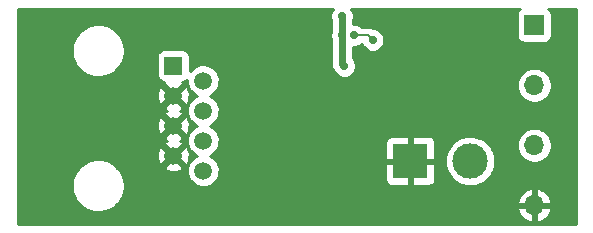
<source format=gbr>
G04 #@! TF.GenerationSoftware,KiCad,Pcbnew,5.99.0-unknown-13d3f57~88~ubuntu18.04.1*
G04 #@! TF.CreationDate,2020-04-02T10:06:32+03:00*
G04 #@! TF.ProjectId,adapter-por,61646170-7465-4722-9d70-6f722e6b6963,rev?*
G04 #@! TF.SameCoordinates,Original*
G04 #@! TF.FileFunction,Copper,L2,Bot*
G04 #@! TF.FilePolarity,Positive*
%FSLAX46Y46*%
G04 Gerber Fmt 4.6, Leading zero omitted, Abs format (unit mm)*
G04 Created by KiCad (PCBNEW 5.99.0-unknown-13d3f57~88~ubuntu18.04.1) date 2020-04-02 10:06:32*
%MOMM*%
%LPD*%
G01*
G04 APERTURE LIST*
G04 #@! TA.AperFunction,ComponentPad*
%ADD10R,1.700000X1.700000*%
G04 #@! TD*
G04 #@! TA.AperFunction,ComponentPad*
%ADD11O,1.700000X1.700000*%
G04 #@! TD*
G04 #@! TA.AperFunction,ComponentPad*
%ADD12R,3.000000X3.000000*%
G04 #@! TD*
G04 #@! TA.AperFunction,ComponentPad*
%ADD13C,3.000000*%
G04 #@! TD*
G04 #@! TA.AperFunction,ComponentPad*
%ADD14C,1.500000*%
G04 #@! TD*
G04 #@! TA.AperFunction,ComponentPad*
%ADD15R,1.500000X1.500000*%
G04 #@! TD*
G04 #@! TA.AperFunction,ViaPad*
%ADD16C,0.700000*%
G04 #@! TD*
G04 #@! TA.AperFunction,Conductor*
%ADD17C,0.600000*%
G04 #@! TD*
G04 #@! TA.AperFunction,Conductor*
%ADD18C,0.200000*%
G04 #@! TD*
G04 #@! TA.AperFunction,Conductor*
%ADD19C,0.254000*%
G04 #@! TD*
G04 APERTURE END LIST*
D10*
X94365000Y-42045000D03*
D11*
X94365000Y-47125000D03*
X94365000Y-52205000D03*
X94365000Y-57285000D03*
D12*
X83865000Y-53545000D03*
D13*
X88945000Y-53545000D03*
D14*
X66345000Y-54360000D03*
X63805000Y-53090000D03*
X66345000Y-51820000D03*
X63805000Y-50550000D03*
X66345000Y-49280000D03*
X63805000Y-48010000D03*
X66345000Y-46740000D03*
D15*
X63805000Y-45470000D03*
D16*
X73100000Y-51800000D03*
X69100000Y-56000000D03*
X79700000Y-54500000D03*
X72900000Y-50800000D03*
X72700000Y-52800000D03*
X73900000Y-45600000D03*
X73900000Y-41000000D03*
X70300000Y-46600000D03*
X70300000Y-42000000D03*
X88700000Y-44000000D03*
X86900000Y-44000000D03*
X78100000Y-41300000D03*
X78100000Y-42900000D03*
X76500000Y-44800000D03*
X79100000Y-42900000D03*
X80700000Y-43300000D03*
X78304089Y-45504089D03*
X79700000Y-56000000D03*
D17*
X78100000Y-41300000D02*
X78100000Y-42900000D01*
D18*
X80300000Y-42900000D02*
X80700000Y-43300000D01*
X79100000Y-42900000D02*
X80300000Y-42900000D01*
D17*
X78100000Y-42900000D02*
X78100000Y-45300000D01*
X78100000Y-45300000D02*
X78304089Y-45504089D01*
G36*
X77316894Y-40688692D02*
G01*
X77306839Y-40701796D01*
X77185359Y-40912205D01*
X77179039Y-40927465D01*
X77116157Y-41162145D01*
X77114001Y-41178521D01*
X77114001Y-41421479D01*
X77116157Y-41437855D01*
X77164000Y-41616411D01*
X77164001Y-42583587D01*
X77116157Y-42762145D01*
X77114001Y-42778521D01*
X77114001Y-43021479D01*
X77116157Y-43037855D01*
X77164000Y-43216411D01*
X77164001Y-45238655D01*
X77157012Y-45291742D01*
X77157012Y-45308258D01*
X77187006Y-45536086D01*
X77191281Y-45552040D01*
X77279218Y-45764342D01*
X77287477Y-45778646D01*
X77392255Y-45915194D01*
X77392260Y-45915199D01*
X77427368Y-45960954D01*
X77432001Y-45965587D01*
X77510928Y-46102293D01*
X77520983Y-46115397D01*
X77692781Y-46287195D01*
X77705885Y-46297250D01*
X77916294Y-46418730D01*
X77931554Y-46425050D01*
X78166234Y-46487932D01*
X78182610Y-46490088D01*
X78425568Y-46490088D01*
X78441944Y-46487932D01*
X78676624Y-46425050D01*
X78691884Y-46418730D01*
X78902293Y-46297250D01*
X78915397Y-46287195D01*
X79087195Y-46115397D01*
X79097250Y-46102293D01*
X79218730Y-45891884D01*
X79225050Y-45876624D01*
X79287932Y-45641944D01*
X79290088Y-45625568D01*
X79290088Y-45382610D01*
X79287932Y-45366234D01*
X79225050Y-45131554D01*
X79218730Y-45116294D01*
X79097250Y-44905885D01*
X79087195Y-44892781D01*
X79036000Y-44841587D01*
X79036000Y-43885999D01*
X79221479Y-43885999D01*
X79237855Y-43883843D01*
X79472535Y-43820961D01*
X79487795Y-43814641D01*
X79698204Y-43693161D01*
X79711308Y-43683106D01*
X79758413Y-43636000D01*
X79769249Y-43636000D01*
X79779039Y-43672535D01*
X79785359Y-43687795D01*
X79906839Y-43898204D01*
X79916894Y-43911308D01*
X80088692Y-44083106D01*
X80101796Y-44093161D01*
X80312205Y-44214641D01*
X80327465Y-44220961D01*
X80562145Y-44283843D01*
X80578521Y-44285999D01*
X80821479Y-44285999D01*
X80837855Y-44283843D01*
X81072535Y-44220961D01*
X81087795Y-44214641D01*
X81298204Y-44093161D01*
X81311308Y-44083106D01*
X81483106Y-43911308D01*
X81493161Y-43898204D01*
X81614641Y-43687795D01*
X81620961Y-43672535D01*
X81683843Y-43437855D01*
X81685999Y-43421479D01*
X81685999Y-43178521D01*
X81683843Y-43162145D01*
X81620961Y-42927465D01*
X81614641Y-42912205D01*
X81493161Y-42701796D01*
X81483106Y-42688692D01*
X81311308Y-42516894D01*
X81298204Y-42506839D01*
X81087795Y-42385359D01*
X81072535Y-42379039D01*
X80837855Y-42316157D01*
X80821479Y-42314001D01*
X80754861Y-42314001D01*
X80745102Y-42304242D01*
X80729057Y-42292585D01*
X80685746Y-42270516D01*
X80646423Y-42241947D01*
X80628751Y-42232943D01*
X80582528Y-42217925D01*
X80539218Y-42195857D01*
X80520356Y-42189728D01*
X80472344Y-42182123D01*
X80426119Y-42167104D01*
X80406530Y-42164001D01*
X80353220Y-42164001D01*
X80353208Y-42164000D01*
X79758413Y-42164000D01*
X79711308Y-42116894D01*
X79698204Y-42106839D01*
X79487795Y-41985359D01*
X79472535Y-41979039D01*
X79237855Y-41916157D01*
X79221479Y-41914001D01*
X79036000Y-41914001D01*
X79036000Y-41616410D01*
X79083843Y-41437855D01*
X79085999Y-41421479D01*
X79085999Y-41178521D01*
X79083843Y-41162145D01*
X79020961Y-40927465D01*
X79014641Y-40912205D01*
X78893161Y-40701796D01*
X78883106Y-40688692D01*
X78828414Y-40634000D01*
X93203721Y-40634000D01*
X93186662Y-40642880D01*
X93030410Y-40773990D01*
X93016239Y-40790879D01*
X92915641Y-40965120D01*
X92908100Y-40985837D01*
X92874122Y-41178538D01*
X92873163Y-41189499D01*
X92873163Y-42903258D01*
X92875319Y-42919634D01*
X92950137Y-43198859D01*
X92962880Y-43223339D01*
X93093990Y-43379590D01*
X93110879Y-43393761D01*
X93285120Y-43494359D01*
X93305837Y-43501900D01*
X93498538Y-43535878D01*
X93509499Y-43536837D01*
X95223258Y-43536837D01*
X95239634Y-43534681D01*
X95518859Y-43459863D01*
X95543339Y-43447120D01*
X95699590Y-43316010D01*
X95713761Y-43299121D01*
X95814359Y-43124880D01*
X95821900Y-43104163D01*
X95855878Y-42911462D01*
X95856837Y-42900501D01*
X95856837Y-41186742D01*
X95854681Y-41170366D01*
X95779863Y-40891142D01*
X95767120Y-40866662D01*
X95636010Y-40710410D01*
X95619121Y-40696239D01*
X95511320Y-40634000D01*
X97866000Y-40634000D01*
X97866001Y-58866000D01*
X50634000Y-58866000D01*
X50634000Y-55754598D01*
X55219541Y-55754598D01*
X55220035Y-55763164D01*
X55257133Y-56056832D01*
X55258785Y-56065252D01*
X55335397Y-56351168D01*
X55338176Y-56359285D01*
X55452881Y-56632159D01*
X55456736Y-56639824D01*
X55607413Y-56894606D01*
X55612273Y-56901677D01*
X55796134Y-57133652D01*
X55801909Y-57139998D01*
X56015551Y-57344873D01*
X56022133Y-57350377D01*
X56261605Y-57524363D01*
X56268873Y-57528922D01*
X56529740Y-57668798D01*
X56537560Y-57672329D01*
X56814998Y-57775507D01*
X56823224Y-57777944D01*
X57112098Y-57842514D01*
X57120579Y-57843812D01*
X57415543Y-57868581D01*
X57424122Y-57868716D01*
X57719718Y-57853225D01*
X57728236Y-57852194D01*
X58018996Y-57796728D01*
X58027295Y-57794551D01*
X58307836Y-57700138D01*
X58315762Y-57696855D01*
X58580895Y-57565242D01*
X58588303Y-57560914D01*
X58663437Y-57509853D01*
X92891602Y-57509853D01*
X92954221Y-57761005D01*
X92957669Y-57771104D01*
X93054591Y-57991900D01*
X93059692Y-58001275D01*
X93192430Y-58202584D01*
X93199038Y-58210965D01*
X93363798Y-58387032D01*
X93371722Y-58394180D01*
X93563792Y-58539968D01*
X93572808Y-58545679D01*
X93786696Y-58657021D01*
X93796545Y-58661131D01*
X94026134Y-58734845D01*
X94036535Y-58737236D01*
X94150162Y-58753407D01*
X94237000Y-58678052D01*
X94237000Y-57486809D01*
X94493000Y-57486809D01*
X94493000Y-58678748D01*
X94585218Y-58754362D01*
X94774019Y-58716636D01*
X94784270Y-58713667D01*
X95009387Y-58627253D01*
X95018991Y-58622600D01*
X95226330Y-58499491D01*
X95235012Y-58493286D01*
X95418645Y-58337004D01*
X95426158Y-58329424D01*
X95580833Y-58144435D01*
X95586962Y-58135698D01*
X95708256Y-57927294D01*
X95712825Y-57917650D01*
X95797272Y-57691787D01*
X95800151Y-57681511D01*
X95833943Y-57504369D01*
X95758356Y-57413000D01*
X94566809Y-57413000D01*
X94493000Y-57486809D01*
X94237000Y-57486809D01*
X94163191Y-57413000D01*
X92967272Y-57413000D01*
X92891602Y-57509853D01*
X58663437Y-57509853D01*
X58833121Y-57394536D01*
X58839873Y-57389242D01*
X59059846Y-57191178D01*
X59065816Y-57185016D01*
X59172955Y-57058233D01*
X92889085Y-57058233D01*
X92964734Y-57157000D01*
X94163191Y-57157000D01*
X94237000Y-57083191D01*
X94237000Y-55891201D01*
X94235657Y-55890012D01*
X94493000Y-55890012D01*
X94493000Y-57083191D01*
X94566809Y-57157000D01*
X95757863Y-57157000D01*
X95833373Y-57067487D01*
X95807499Y-56916114D01*
X95804817Y-56905784D01*
X95724723Y-56678343D01*
X95720339Y-56668612D01*
X95603067Y-56457916D01*
X95597107Y-56449064D01*
X95446013Y-56261140D01*
X95438647Y-56253417D01*
X95258049Y-56093638D01*
X95249486Y-56087267D01*
X95044549Y-55960202D01*
X95035036Y-55955365D01*
X94811619Y-55864645D01*
X94801427Y-55861480D01*
X94587095Y-55814357D01*
X94493000Y-55890012D01*
X94235657Y-55890012D01*
X94151980Y-55815982D01*
X94064474Y-55826727D01*
X94054030Y-55828918D01*
X93823068Y-55898210D01*
X93813142Y-55902130D01*
X93597155Y-56009346D01*
X93588032Y-56014882D01*
X93393199Y-56156957D01*
X93385138Y-56163952D01*
X93217029Y-56336822D01*
X93210263Y-56345074D01*
X93073683Y-56543798D01*
X93068403Y-56553073D01*
X92967260Y-56771968D01*
X92963619Y-56782000D01*
X92889085Y-57058233D01*
X59172955Y-57058233D01*
X59256873Y-56958930D01*
X59261953Y-56952015D01*
X59420559Y-56702093D01*
X59424653Y-56694553D01*
X59547873Y-56425417D01*
X59550905Y-56417391D01*
X59636459Y-56134022D01*
X59638375Y-56125659D01*
X59684731Y-55832974D01*
X59685505Y-55823766D01*
X59689073Y-55482988D01*
X59688493Y-55473766D01*
X59648276Y-55180176D01*
X59646536Y-55171774D01*
X59566936Y-54886675D01*
X59564072Y-54878588D01*
X59446515Y-54606930D01*
X59442580Y-54599306D01*
X59289243Y-54346116D01*
X59284309Y-54339096D01*
X59098029Y-54109060D01*
X59092188Y-54102775D01*
X59082548Y-54093722D01*
X62982297Y-54093722D01*
X62992085Y-54210286D01*
X63099323Y-54286497D01*
X63109013Y-54292160D01*
X63322358Y-54392552D01*
X63332897Y-54396409D01*
X63560648Y-54457435D01*
X63571704Y-54459365D01*
X63806661Y-54479095D01*
X63817884Y-54479036D01*
X64052623Y-54456847D01*
X64063659Y-54454801D01*
X64290757Y-54391393D01*
X64301255Y-54387426D01*
X64513537Y-54284806D01*
X64523167Y-54279043D01*
X64618691Y-54209641D01*
X64627806Y-54093825D01*
X63857191Y-53323210D01*
X63752809Y-53323210D01*
X62982297Y-54093722D01*
X59082548Y-54093722D01*
X58876412Y-53900147D01*
X58869772Y-53894713D01*
X58628493Y-53723244D01*
X58621177Y-53718761D01*
X58358859Y-53581625D01*
X58351003Y-53578176D01*
X58072500Y-53477909D01*
X58064248Y-53475558D01*
X57774715Y-53414016D01*
X57766220Y-53412807D01*
X57471013Y-53391128D01*
X57462433Y-53391083D01*
X57167015Y-53409669D01*
X57158508Y-53410789D01*
X56868346Y-53469297D01*
X56860070Y-53471561D01*
X56580533Y-53568905D01*
X56572641Y-53572272D01*
X56308901Y-53706654D01*
X56301539Y-53711060D01*
X56058476Y-53879992D01*
X56051781Y-53885357D01*
X55833894Y-54085713D01*
X55827988Y-54091937D01*
X55639309Y-54320011D01*
X55634302Y-54326979D01*
X55478323Y-54578549D01*
X55474308Y-54586131D01*
X55353912Y-54856543D01*
X55350964Y-54864601D01*
X55268382Y-55148850D01*
X55266554Y-55157233D01*
X55223313Y-55450059D01*
X55222640Y-55458613D01*
X55219541Y-55754598D01*
X50634000Y-55754598D01*
X50634000Y-53059247D01*
X62416245Y-53059247D01*
X62431050Y-53294567D01*
X62432748Y-53305661D01*
X62488991Y-53534640D01*
X62492626Y-53545257D01*
X62588528Y-53760657D01*
X62593986Y-53770464D01*
X62683131Y-53901635D01*
X62801186Y-53912794D01*
X63571790Y-53142191D01*
X63571790Y-53037809D01*
X64038210Y-53037809D01*
X64038210Y-53142191D01*
X64809009Y-53912990D01*
X64927808Y-53901132D01*
X65023073Y-53757745D01*
X65028429Y-53747882D01*
X65122070Y-53531490D01*
X65125594Y-53520834D01*
X65179624Y-53290474D01*
X65181271Y-53277704D01*
X65189209Y-52974582D01*
X65188233Y-52961742D01*
X65146332Y-52728870D01*
X65143371Y-52718045D01*
X65061183Y-52497049D01*
X65056351Y-52486919D01*
X64933977Y-52279995D01*
X64811497Y-52264522D01*
X64038210Y-53037809D01*
X63571790Y-53037809D01*
X62800677Y-52266696D01*
X62686365Y-52274489D01*
X62631259Y-52347089D01*
X62625295Y-52356596D01*
X62518251Y-52566682D01*
X62514065Y-52577095D01*
X62445915Y-52802817D01*
X62443639Y-52813807D01*
X62416539Y-53048028D01*
X62416245Y-53059247D01*
X50634000Y-53059247D01*
X50634000Y-52085301D01*
X62981321Y-52085301D01*
X63752809Y-52856790D01*
X63857191Y-52856790D01*
X64633211Y-52080770D01*
X64615469Y-51956109D01*
X64368478Y-51820323D01*
X64362630Y-51817756D01*
X64513537Y-51744806D01*
X64523167Y-51739043D01*
X64618691Y-51669641D01*
X64627806Y-51553825D01*
X63857191Y-50783210D01*
X63752809Y-50783210D01*
X62982297Y-51553722D01*
X62992085Y-51670286D01*
X63099323Y-51746497D01*
X63109013Y-51752160D01*
X63253515Y-51820157D01*
X63172883Y-51853063D01*
X63162911Y-51858210D01*
X62994599Y-51965023D01*
X62981321Y-52085301D01*
X50634000Y-52085301D01*
X50634000Y-50519247D01*
X62416245Y-50519247D01*
X62431050Y-50754567D01*
X62432748Y-50765661D01*
X62488991Y-50994640D01*
X62492626Y-51005257D01*
X62588528Y-51220657D01*
X62593986Y-51230464D01*
X62683131Y-51361635D01*
X62801186Y-51372794D01*
X63571790Y-50602191D01*
X63571790Y-50497809D01*
X64038210Y-50497809D01*
X64038210Y-50602191D01*
X64809009Y-51372990D01*
X64927808Y-51361132D01*
X65023073Y-51217745D01*
X65028429Y-51207882D01*
X65122070Y-50991490D01*
X65125594Y-50980834D01*
X65179624Y-50750474D01*
X65181271Y-50737704D01*
X65189209Y-50434582D01*
X65188233Y-50421742D01*
X65146332Y-50188870D01*
X65143371Y-50178045D01*
X65061183Y-49957049D01*
X65056351Y-49946919D01*
X64933977Y-49739995D01*
X64811497Y-49724522D01*
X64038210Y-50497809D01*
X63571790Y-50497809D01*
X62800677Y-49726696D01*
X62686365Y-49734489D01*
X62631259Y-49807089D01*
X62625295Y-49816596D01*
X62518251Y-50026682D01*
X62514065Y-50037095D01*
X62445915Y-50262817D01*
X62443639Y-50273807D01*
X62416539Y-50508028D01*
X62416245Y-50519247D01*
X50634000Y-50519247D01*
X50634000Y-49545301D01*
X62981321Y-49545301D01*
X63752809Y-50316790D01*
X63857191Y-50316790D01*
X64633211Y-49540770D01*
X64615469Y-49416109D01*
X64368478Y-49280323D01*
X64362630Y-49277756D01*
X64513537Y-49204806D01*
X64523167Y-49199043D01*
X64618691Y-49129641D01*
X64627806Y-49013825D01*
X63857191Y-48243210D01*
X63752809Y-48243210D01*
X62982297Y-49013722D01*
X62992085Y-49130286D01*
X63099323Y-49206497D01*
X63109013Y-49212160D01*
X63253515Y-49280157D01*
X63172883Y-49313063D01*
X63162911Y-49318210D01*
X62994599Y-49425023D01*
X62981321Y-49545301D01*
X50634000Y-49545301D01*
X50634000Y-47979247D01*
X62416245Y-47979247D01*
X62431050Y-48214567D01*
X62432748Y-48225661D01*
X62488991Y-48454640D01*
X62492626Y-48465257D01*
X62588528Y-48680657D01*
X62593986Y-48690464D01*
X62683131Y-48821635D01*
X62801186Y-48832794D01*
X63571790Y-48062191D01*
X63571790Y-47957809D01*
X64038210Y-47957809D01*
X64038210Y-48062191D01*
X64809009Y-48832990D01*
X64927808Y-48821132D01*
X65023073Y-48677745D01*
X65028429Y-48667882D01*
X65122070Y-48451490D01*
X65125594Y-48440834D01*
X65179624Y-48210474D01*
X65181271Y-48197704D01*
X65189209Y-47894582D01*
X65188233Y-47881742D01*
X65146332Y-47648870D01*
X65143371Y-47638045D01*
X65061183Y-47417049D01*
X65056351Y-47406919D01*
X64933977Y-47199995D01*
X64811497Y-47184522D01*
X64038210Y-47957809D01*
X63571790Y-47957809D01*
X62800677Y-47186696D01*
X62686365Y-47194489D01*
X62631259Y-47267089D01*
X62625295Y-47276596D01*
X62518251Y-47486682D01*
X62514065Y-47497095D01*
X62445915Y-47722817D01*
X62443639Y-47733807D01*
X62416539Y-47968028D01*
X62416245Y-47979247D01*
X50634000Y-47979247D01*
X50634000Y-44324598D01*
X55219541Y-44324598D01*
X55220035Y-44333164D01*
X55257133Y-44626832D01*
X55258785Y-44635252D01*
X55335397Y-44921168D01*
X55338176Y-44929285D01*
X55452881Y-45202159D01*
X55456736Y-45209824D01*
X55607413Y-45464606D01*
X55612273Y-45471677D01*
X55796134Y-45703652D01*
X55801909Y-45709998D01*
X56015551Y-45914873D01*
X56022133Y-45920377D01*
X56261605Y-46094363D01*
X56268873Y-46098922D01*
X56529740Y-46238798D01*
X56537560Y-46242329D01*
X56814998Y-46345507D01*
X56823224Y-46347944D01*
X57112098Y-46412514D01*
X57120579Y-46413812D01*
X57415543Y-46438581D01*
X57424122Y-46438716D01*
X57719718Y-46423225D01*
X57728236Y-46422194D01*
X58018996Y-46366728D01*
X58027295Y-46364551D01*
X58307836Y-46270138D01*
X58315762Y-46266855D01*
X58580895Y-46135242D01*
X58588303Y-46130914D01*
X58833121Y-45964536D01*
X58839873Y-45959242D01*
X59059846Y-45761178D01*
X59065816Y-45755016D01*
X59256873Y-45528930D01*
X59261953Y-45522015D01*
X59420559Y-45272093D01*
X59424653Y-45264553D01*
X59547873Y-44995417D01*
X59550905Y-44987391D01*
X59633295Y-44714499D01*
X62413163Y-44714499D01*
X62413163Y-46228258D01*
X62415319Y-46244634D01*
X62490137Y-46523859D01*
X62502880Y-46548339D01*
X62633990Y-46704590D01*
X62650879Y-46718761D01*
X62825120Y-46819359D01*
X62845837Y-46826900D01*
X63033927Y-46860065D01*
X62994599Y-46885023D01*
X62981321Y-47005301D01*
X63752809Y-47776790D01*
X63857191Y-47776790D01*
X64633211Y-47000770D01*
X64615469Y-46876109D01*
X64583636Y-46858609D01*
X64858859Y-46784863D01*
X64883339Y-46772120D01*
X64956346Y-46710860D01*
X64971050Y-46944567D01*
X64972748Y-46955661D01*
X65028991Y-47184640D01*
X65032626Y-47195257D01*
X65128528Y-47410657D01*
X65133986Y-47420463D01*
X65266517Y-47615477D01*
X65273625Y-47624161D01*
X65438595Y-47792624D01*
X65447129Y-47799912D01*
X65639324Y-47936498D01*
X65649013Y-47942160D01*
X65793515Y-48010157D01*
X65712883Y-48043063D01*
X65702911Y-48048210D01*
X65503831Y-48174549D01*
X65494927Y-48181382D01*
X65321367Y-48340979D01*
X65313814Y-48349280D01*
X65171259Y-48537089D01*
X65165295Y-48546596D01*
X65058251Y-48756682D01*
X65054065Y-48767095D01*
X64985915Y-48992817D01*
X64983639Y-49003807D01*
X64956539Y-49238028D01*
X64956245Y-49249247D01*
X64971050Y-49484567D01*
X64972748Y-49495661D01*
X65028991Y-49724640D01*
X65032626Y-49735257D01*
X65128528Y-49950657D01*
X65133986Y-49960463D01*
X65266517Y-50155477D01*
X65273625Y-50164161D01*
X65438595Y-50332624D01*
X65447129Y-50339912D01*
X65639324Y-50476498D01*
X65649013Y-50482160D01*
X65793515Y-50550157D01*
X65712883Y-50583063D01*
X65702911Y-50588210D01*
X65503831Y-50714549D01*
X65494927Y-50721382D01*
X65321367Y-50880979D01*
X65313814Y-50889280D01*
X65171259Y-51077089D01*
X65165295Y-51086596D01*
X65058251Y-51296682D01*
X65054065Y-51307095D01*
X64985915Y-51532817D01*
X64983639Y-51543807D01*
X64956539Y-51778028D01*
X64956245Y-51789247D01*
X64971050Y-52024567D01*
X64972748Y-52035661D01*
X65028991Y-52264640D01*
X65032626Y-52275257D01*
X65128528Y-52490657D01*
X65133986Y-52500463D01*
X65266517Y-52695477D01*
X65273625Y-52704161D01*
X65438595Y-52872624D01*
X65447129Y-52879912D01*
X65639324Y-53016498D01*
X65649013Y-53022160D01*
X65793515Y-53090157D01*
X65712883Y-53123063D01*
X65702911Y-53128210D01*
X65503831Y-53254549D01*
X65494927Y-53261382D01*
X65321367Y-53420979D01*
X65313814Y-53429280D01*
X65171259Y-53617089D01*
X65165295Y-53626596D01*
X65058251Y-53836682D01*
X65054065Y-53847095D01*
X64985915Y-54072817D01*
X64983639Y-54083807D01*
X64956539Y-54318028D01*
X64956245Y-54329247D01*
X64971050Y-54564567D01*
X64972748Y-54575661D01*
X65028991Y-54804640D01*
X65032626Y-54815257D01*
X65128528Y-55030657D01*
X65133986Y-55040463D01*
X65266517Y-55235477D01*
X65273625Y-55244161D01*
X65438595Y-55412624D01*
X65447129Y-55419912D01*
X65639324Y-55556498D01*
X65649013Y-55562160D01*
X65862358Y-55662552D01*
X65872897Y-55666409D01*
X66100648Y-55727435D01*
X66111704Y-55729365D01*
X66346661Y-55749095D01*
X66357884Y-55749036D01*
X66592623Y-55726847D01*
X66603659Y-55724801D01*
X66830757Y-55661393D01*
X66841255Y-55657426D01*
X67053537Y-55554806D01*
X67063167Y-55549042D01*
X67253921Y-55410452D01*
X67262378Y-55403074D01*
X67425575Y-55232894D01*
X67432592Y-55224135D01*
X67563073Y-55027746D01*
X67568429Y-55017882D01*
X67662070Y-54801490D01*
X67665594Y-54790834D01*
X67719624Y-54560474D01*
X67721271Y-54547704D01*
X67729209Y-54244582D01*
X67728233Y-54231742D01*
X67686332Y-53998870D01*
X67683371Y-53988045D01*
X67601183Y-53767048D01*
X67596351Y-53756919D01*
X67590372Y-53746809D01*
X81723163Y-53746809D01*
X81723163Y-55053258D01*
X81725319Y-55069634D01*
X81800137Y-55348859D01*
X81812880Y-55373339D01*
X81943990Y-55529590D01*
X81960879Y-55543761D01*
X82135120Y-55644359D01*
X82155837Y-55651900D01*
X82348538Y-55685878D01*
X82359499Y-55686837D01*
X83663191Y-55686837D01*
X83737000Y-55613028D01*
X83737000Y-53746809D01*
X83993000Y-53746809D01*
X83993000Y-55613028D01*
X84066809Y-55686837D01*
X85373258Y-55686837D01*
X85389634Y-55684681D01*
X85668859Y-55609863D01*
X85693339Y-55597120D01*
X85849590Y-55466010D01*
X85863761Y-55449121D01*
X85964359Y-55274880D01*
X85971900Y-55254163D01*
X86005878Y-55061462D01*
X86006837Y-55050501D01*
X86006837Y-53746809D01*
X85933028Y-53673000D01*
X84066809Y-53673000D01*
X83993000Y-53746809D01*
X83737000Y-53746809D01*
X83663191Y-53673000D01*
X81796972Y-53673000D01*
X81723163Y-53746809D01*
X67590372Y-53746809D01*
X67476327Y-53553969D01*
X67469778Y-53544855D01*
X67466106Y-53540600D01*
X86806097Y-53540600D01*
X86806097Y-53549400D01*
X86826300Y-53838320D01*
X86827525Y-53847035D01*
X86887741Y-54130332D01*
X86890167Y-54138791D01*
X86989226Y-54410950D01*
X86992805Y-54418989D01*
X87128775Y-54674714D01*
X87133439Y-54682177D01*
X87303677Y-54916490D01*
X87309334Y-54923231D01*
X87510525Y-55131570D01*
X87517064Y-55137458D01*
X87745293Y-55315770D01*
X87752588Y-55320691D01*
X88003411Y-55465504D01*
X88011321Y-55469362D01*
X88279858Y-55577858D01*
X88288228Y-55580578D01*
X88569250Y-55650644D01*
X88577916Y-55652172D01*
X88865956Y-55682447D01*
X88874751Y-55682754D01*
X89164201Y-55672646D01*
X89172953Y-55671726D01*
X89458178Y-55621433D01*
X89466716Y-55619304D01*
X89742168Y-55529804D01*
X89750327Y-55526508D01*
X90010641Y-55399544D01*
X90018263Y-55395144D01*
X90258373Y-55233187D01*
X90265308Y-55227769D01*
X90480541Y-55033972D01*
X90486654Y-55027642D01*
X90672823Y-54805776D01*
X90677995Y-54798656D01*
X90831474Y-54553039D01*
X90835605Y-54545269D01*
X90953406Y-54280682D01*
X90956416Y-54272413D01*
X91036248Y-53994007D01*
X91038077Y-53985399D01*
X91078386Y-53698592D01*
X91079000Y-53689813D01*
X91079000Y-53400187D01*
X91078386Y-53391408D01*
X91038077Y-53104601D01*
X91036248Y-53095993D01*
X90956416Y-52817587D01*
X90953406Y-52809318D01*
X90835605Y-52544731D01*
X90831474Y-52536961D01*
X90677995Y-52291344D01*
X90672823Y-52284224D01*
X90598830Y-52196043D01*
X92876109Y-52196043D01*
X92894188Y-52436497D01*
X92895885Y-52447034D01*
X92954221Y-52681005D01*
X92957669Y-52691104D01*
X93054591Y-52911900D01*
X93059692Y-52921275D01*
X93192430Y-53122584D01*
X93199038Y-53130965D01*
X93363798Y-53307032D01*
X93371722Y-53314180D01*
X93563792Y-53459968D01*
X93572808Y-53465679D01*
X93786696Y-53577021D01*
X93796545Y-53581131D01*
X94026134Y-53654844D01*
X94036535Y-53657236D01*
X94275262Y-53691212D01*
X94285917Y-53691817D01*
X94526956Y-53685084D01*
X94537561Y-53683885D01*
X94774019Y-53636636D01*
X94784270Y-53633667D01*
X95009387Y-53547253D01*
X95018991Y-53542600D01*
X95226330Y-53419491D01*
X95235012Y-53413286D01*
X95418645Y-53257004D01*
X95426158Y-53249424D01*
X95580833Y-53064435D01*
X95586962Y-53055698D01*
X95708256Y-52847294D01*
X95712825Y-52837650D01*
X95797272Y-52611787D01*
X95800151Y-52601511D01*
X95845392Y-52364351D01*
X95846507Y-52353128D01*
X95849077Y-52085341D01*
X95848178Y-52074099D01*
X95807499Y-51836114D01*
X95804817Y-51825784D01*
X95724723Y-51598343D01*
X95720339Y-51588612D01*
X95603067Y-51377916D01*
X95597107Y-51369064D01*
X95446013Y-51181140D01*
X95438647Y-51173417D01*
X95258049Y-51013638D01*
X95249486Y-51007267D01*
X95044549Y-50880202D01*
X95035036Y-50875365D01*
X94811619Y-50784645D01*
X94801427Y-50781480D01*
X94565919Y-50729700D01*
X94555340Y-50728298D01*
X94314475Y-50716939D01*
X94303809Y-50717339D01*
X94064474Y-50746727D01*
X94054030Y-50748918D01*
X93823068Y-50818210D01*
X93813142Y-50822130D01*
X93597155Y-50929346D01*
X93588032Y-50934882D01*
X93393199Y-51076957D01*
X93385138Y-51083952D01*
X93217029Y-51256822D01*
X93210263Y-51265074D01*
X93073683Y-51463798D01*
X93068403Y-51473073D01*
X92967260Y-51691968D01*
X92963618Y-51702000D01*
X92900802Y-51934807D01*
X92898903Y-51945309D01*
X92876211Y-52185372D01*
X92876109Y-52196043D01*
X90598830Y-52196043D01*
X90486654Y-52062358D01*
X90480541Y-52056028D01*
X90265308Y-51862231D01*
X90258373Y-51856813D01*
X90018263Y-51694856D01*
X90010641Y-51690456D01*
X89750327Y-51563492D01*
X89742168Y-51560196D01*
X89466716Y-51470696D01*
X89458178Y-51468567D01*
X89172953Y-51418274D01*
X89164201Y-51417354D01*
X88874751Y-51407246D01*
X88865956Y-51407553D01*
X88577916Y-51437828D01*
X88569250Y-51439356D01*
X88288228Y-51509422D01*
X88279858Y-51512142D01*
X88011321Y-51620638D01*
X88003411Y-51624496D01*
X87752588Y-51769309D01*
X87745293Y-51774230D01*
X87517064Y-51952542D01*
X87510525Y-51958430D01*
X87309334Y-52166769D01*
X87303677Y-52173510D01*
X87133439Y-52407823D01*
X87128775Y-52415286D01*
X86992805Y-52671011D01*
X86989226Y-52679050D01*
X86890167Y-52951209D01*
X86887741Y-52959668D01*
X86827525Y-53242965D01*
X86826300Y-53251680D01*
X86806097Y-53540600D01*
X67466106Y-53540600D01*
X67315711Y-53366367D01*
X67307651Y-53358557D01*
X67124412Y-53210173D01*
X67115097Y-53203914D01*
X66908478Y-53090323D01*
X66902630Y-53087756D01*
X67053537Y-53014806D01*
X67063167Y-53009042D01*
X67253921Y-52870452D01*
X67262378Y-52863074D01*
X67425575Y-52692894D01*
X67432592Y-52684135D01*
X67563073Y-52487746D01*
X67568429Y-52477882D01*
X67662070Y-52261490D01*
X67665594Y-52250834D01*
X67715161Y-52039499D01*
X81723163Y-52039499D01*
X81723163Y-53343191D01*
X81796972Y-53417000D01*
X83663191Y-53417000D01*
X83737000Y-53343191D01*
X83737000Y-51476972D01*
X83993000Y-51476972D01*
X83993000Y-53343191D01*
X84066809Y-53417000D01*
X85933028Y-53417000D01*
X86006837Y-53343191D01*
X86006837Y-52036742D01*
X86004681Y-52020366D01*
X85929863Y-51741142D01*
X85917120Y-51716662D01*
X85786010Y-51560410D01*
X85769121Y-51546239D01*
X85594880Y-51445641D01*
X85574163Y-51438100D01*
X85381462Y-51404122D01*
X85370501Y-51403163D01*
X84066809Y-51403163D01*
X83993000Y-51476972D01*
X83737000Y-51476972D01*
X83663191Y-51403163D01*
X82356742Y-51403163D01*
X82340366Y-51405319D01*
X82061142Y-51480137D01*
X82036662Y-51492880D01*
X81880410Y-51623990D01*
X81866239Y-51640879D01*
X81765641Y-51815120D01*
X81758100Y-51835837D01*
X81724122Y-52028538D01*
X81723163Y-52039499D01*
X67715161Y-52039499D01*
X67719624Y-52020474D01*
X67721271Y-52007704D01*
X67729209Y-51704582D01*
X67728233Y-51691742D01*
X67686332Y-51458870D01*
X67683371Y-51448045D01*
X67601183Y-51227048D01*
X67596351Y-51216919D01*
X67476327Y-51013969D01*
X67469778Y-51004855D01*
X67315711Y-50826367D01*
X67307651Y-50818557D01*
X67124412Y-50670173D01*
X67115097Y-50663914D01*
X66908478Y-50550323D01*
X66902630Y-50547756D01*
X67053537Y-50474806D01*
X67063167Y-50469042D01*
X67253921Y-50330452D01*
X67262378Y-50323074D01*
X67425575Y-50152894D01*
X67432592Y-50144135D01*
X67563073Y-49947746D01*
X67568429Y-49937882D01*
X67662070Y-49721490D01*
X67665594Y-49710834D01*
X67719624Y-49480474D01*
X67721271Y-49467704D01*
X67729209Y-49164582D01*
X67728233Y-49151742D01*
X67686332Y-48918870D01*
X67683371Y-48908045D01*
X67601183Y-48687048D01*
X67596351Y-48676919D01*
X67476327Y-48473969D01*
X67469778Y-48464855D01*
X67315711Y-48286367D01*
X67307651Y-48278557D01*
X67124412Y-48130173D01*
X67115097Y-48123914D01*
X66908478Y-48010323D01*
X66902630Y-48007756D01*
X67053537Y-47934806D01*
X67063167Y-47929042D01*
X67253921Y-47790452D01*
X67262378Y-47783074D01*
X67425575Y-47612894D01*
X67432592Y-47604135D01*
X67563073Y-47407746D01*
X67568429Y-47397882D01*
X67662070Y-47181490D01*
X67665594Y-47170834D01*
X67678445Y-47116043D01*
X92876109Y-47116043D01*
X92894188Y-47356497D01*
X92895885Y-47367034D01*
X92954221Y-47601005D01*
X92957669Y-47611104D01*
X93054591Y-47831900D01*
X93059692Y-47841275D01*
X93192430Y-48042584D01*
X93199038Y-48050965D01*
X93363798Y-48227032D01*
X93371722Y-48234180D01*
X93563792Y-48379968D01*
X93572808Y-48385679D01*
X93786696Y-48497021D01*
X93796545Y-48501131D01*
X94026134Y-48574844D01*
X94036535Y-48577236D01*
X94275262Y-48611212D01*
X94285917Y-48611817D01*
X94526956Y-48605084D01*
X94537561Y-48603885D01*
X94774019Y-48556636D01*
X94784270Y-48553667D01*
X95009387Y-48467253D01*
X95018991Y-48462600D01*
X95226330Y-48339491D01*
X95235012Y-48333286D01*
X95418645Y-48177004D01*
X95426158Y-48169424D01*
X95580833Y-47984435D01*
X95586962Y-47975698D01*
X95708256Y-47767294D01*
X95712825Y-47757650D01*
X95797272Y-47531787D01*
X95800151Y-47521511D01*
X95845392Y-47284351D01*
X95846507Y-47273128D01*
X95849077Y-47005341D01*
X95848178Y-46994099D01*
X95807499Y-46756114D01*
X95804817Y-46745784D01*
X95724723Y-46518343D01*
X95720339Y-46508612D01*
X95603067Y-46297916D01*
X95597107Y-46289064D01*
X95446013Y-46101140D01*
X95438647Y-46093417D01*
X95258049Y-45933638D01*
X95249486Y-45927267D01*
X95044549Y-45800202D01*
X95035036Y-45795365D01*
X94811619Y-45704645D01*
X94801427Y-45701480D01*
X94565919Y-45649700D01*
X94555340Y-45648298D01*
X94314475Y-45636939D01*
X94303809Y-45637339D01*
X94064474Y-45666727D01*
X94054030Y-45668918D01*
X93823068Y-45738210D01*
X93813142Y-45742130D01*
X93597155Y-45849346D01*
X93588032Y-45854882D01*
X93393199Y-45996957D01*
X93385138Y-46003952D01*
X93217029Y-46176822D01*
X93210263Y-46185074D01*
X93073683Y-46383798D01*
X93068403Y-46393073D01*
X92967260Y-46611968D01*
X92963618Y-46622000D01*
X92900802Y-46854807D01*
X92898903Y-46865309D01*
X92876211Y-47105372D01*
X92876109Y-47116043D01*
X67678445Y-47116043D01*
X67719624Y-46940474D01*
X67721271Y-46927704D01*
X67729209Y-46624582D01*
X67728233Y-46611742D01*
X67686332Y-46378870D01*
X67683371Y-46368045D01*
X67601183Y-46147048D01*
X67596351Y-46136919D01*
X67476327Y-45933969D01*
X67469778Y-45924855D01*
X67315711Y-45746367D01*
X67307651Y-45738557D01*
X67124412Y-45590173D01*
X67115097Y-45583914D01*
X66908478Y-45470323D01*
X66898201Y-45465812D01*
X66674731Y-45390606D01*
X66663819Y-45387986D01*
X66430563Y-45353542D01*
X66419359Y-45352896D01*
X66183690Y-45360302D01*
X66172549Y-45361651D01*
X65941916Y-45410673D01*
X65931189Y-45413973D01*
X65712883Y-45503063D01*
X65702911Y-45508210D01*
X65503831Y-45634549D01*
X65494927Y-45641382D01*
X65321367Y-45800979D01*
X65313814Y-45809280D01*
X65196837Y-45963391D01*
X65196837Y-44711742D01*
X65194681Y-44695366D01*
X65119863Y-44416142D01*
X65107120Y-44391662D01*
X64976010Y-44235410D01*
X64959121Y-44221239D01*
X64784880Y-44120641D01*
X64764163Y-44113100D01*
X64571462Y-44079122D01*
X64560501Y-44078163D01*
X63046742Y-44078163D01*
X63030366Y-44080319D01*
X62751142Y-44155137D01*
X62726662Y-44167880D01*
X62570410Y-44298990D01*
X62556239Y-44315879D01*
X62455641Y-44490120D01*
X62448100Y-44510837D01*
X62414122Y-44703538D01*
X62413163Y-44714499D01*
X59633295Y-44714499D01*
X59636459Y-44704022D01*
X59638375Y-44695659D01*
X59684731Y-44402974D01*
X59685505Y-44393766D01*
X59689073Y-44052988D01*
X59688493Y-44043766D01*
X59648276Y-43750176D01*
X59646536Y-43741774D01*
X59566936Y-43456675D01*
X59564072Y-43448588D01*
X59446515Y-43176930D01*
X59442580Y-43169306D01*
X59289243Y-42916116D01*
X59284309Y-42909096D01*
X59098029Y-42679060D01*
X59092188Y-42672775D01*
X58876412Y-42470147D01*
X58869772Y-42464713D01*
X58628493Y-42293244D01*
X58621177Y-42288761D01*
X58358859Y-42151625D01*
X58351003Y-42148176D01*
X58072500Y-42047909D01*
X58064248Y-42045558D01*
X57774715Y-41984016D01*
X57766220Y-41982807D01*
X57471013Y-41961128D01*
X57462433Y-41961083D01*
X57167015Y-41979669D01*
X57158508Y-41980789D01*
X56868346Y-42039297D01*
X56860070Y-42041561D01*
X56580533Y-42138905D01*
X56572641Y-42142272D01*
X56308901Y-42276654D01*
X56301539Y-42281060D01*
X56058476Y-42449992D01*
X56051781Y-42455357D01*
X55833894Y-42655713D01*
X55827988Y-42661937D01*
X55639309Y-42890011D01*
X55634302Y-42896979D01*
X55478323Y-43148549D01*
X55474308Y-43156131D01*
X55353912Y-43426543D01*
X55350964Y-43434601D01*
X55268382Y-43718850D01*
X55266554Y-43727233D01*
X55223313Y-44020059D01*
X55222640Y-44028613D01*
X55219541Y-44324598D01*
X50634000Y-44324598D01*
X50634000Y-40634000D01*
X77371586Y-40634000D01*
X77316894Y-40688692D01*
G37*
D19*
X77316894Y-40688692D02*
X77306839Y-40701796D01*
X77185359Y-40912205D01*
X77179039Y-40927465D01*
X77116157Y-41162145D01*
X77114001Y-41178521D01*
X77114001Y-41421479D01*
X77116157Y-41437855D01*
X77164000Y-41616411D01*
X77164001Y-42583587D01*
X77116157Y-42762145D01*
X77114001Y-42778521D01*
X77114001Y-43021479D01*
X77116157Y-43037855D01*
X77164000Y-43216411D01*
X77164001Y-45238655D01*
X77157012Y-45291742D01*
X77157012Y-45308258D01*
X77187006Y-45536086D01*
X77191281Y-45552040D01*
X77279218Y-45764342D01*
X77287477Y-45778646D01*
X77392255Y-45915194D01*
X77392260Y-45915199D01*
X77427368Y-45960954D01*
X77432001Y-45965587D01*
X77510928Y-46102293D01*
X77520983Y-46115397D01*
X77692781Y-46287195D01*
X77705885Y-46297250D01*
X77916294Y-46418730D01*
X77931554Y-46425050D01*
X78166234Y-46487932D01*
X78182610Y-46490088D01*
X78425568Y-46490088D01*
X78441944Y-46487932D01*
X78676624Y-46425050D01*
X78691884Y-46418730D01*
X78902293Y-46297250D01*
X78915397Y-46287195D01*
X79087195Y-46115397D01*
X79097250Y-46102293D01*
X79218730Y-45891884D01*
X79225050Y-45876624D01*
X79287932Y-45641944D01*
X79290088Y-45625568D01*
X79290088Y-45382610D01*
X79287932Y-45366234D01*
X79225050Y-45131554D01*
X79218730Y-45116294D01*
X79097250Y-44905885D01*
X79087195Y-44892781D01*
X79036000Y-44841587D01*
X79036000Y-43885999D01*
X79221479Y-43885999D01*
X79237855Y-43883843D01*
X79472535Y-43820961D01*
X79487795Y-43814641D01*
X79698204Y-43693161D01*
X79711308Y-43683106D01*
X79758413Y-43636000D01*
X79769249Y-43636000D01*
X79779039Y-43672535D01*
X79785359Y-43687795D01*
X79906839Y-43898204D01*
X79916894Y-43911308D01*
X80088692Y-44083106D01*
X80101796Y-44093161D01*
X80312205Y-44214641D01*
X80327465Y-44220961D01*
X80562145Y-44283843D01*
X80578521Y-44285999D01*
X80821479Y-44285999D01*
X80837855Y-44283843D01*
X81072535Y-44220961D01*
X81087795Y-44214641D01*
X81298204Y-44093161D01*
X81311308Y-44083106D01*
X81483106Y-43911308D01*
X81493161Y-43898204D01*
X81614641Y-43687795D01*
X81620961Y-43672535D01*
X81683843Y-43437855D01*
X81685999Y-43421479D01*
X81685999Y-43178521D01*
X81683843Y-43162145D01*
X81620961Y-42927465D01*
X81614641Y-42912205D01*
X81493161Y-42701796D01*
X81483106Y-42688692D01*
X81311308Y-42516894D01*
X81298204Y-42506839D01*
X81087795Y-42385359D01*
X81072535Y-42379039D01*
X80837855Y-42316157D01*
X80821479Y-42314001D01*
X80754861Y-42314001D01*
X80745102Y-42304242D01*
X80729057Y-42292585D01*
X80685746Y-42270516D01*
X80646423Y-42241947D01*
X80628751Y-42232943D01*
X80582528Y-42217925D01*
X80539218Y-42195857D01*
X80520356Y-42189728D01*
X80472344Y-42182123D01*
X80426119Y-42167104D01*
X80406530Y-42164001D01*
X80353220Y-42164001D01*
X80353208Y-42164000D01*
X79758413Y-42164000D01*
X79711308Y-42116894D01*
X79698204Y-42106839D01*
X79487795Y-41985359D01*
X79472535Y-41979039D01*
X79237855Y-41916157D01*
X79221479Y-41914001D01*
X79036000Y-41914001D01*
X79036000Y-41616410D01*
X79083843Y-41437855D01*
X79085999Y-41421479D01*
X79085999Y-41178521D01*
X79083843Y-41162145D01*
X79020961Y-40927465D01*
X79014641Y-40912205D01*
X78893161Y-40701796D01*
X78883106Y-40688692D01*
X78828414Y-40634000D01*
X93203721Y-40634000D01*
X93186662Y-40642880D01*
X93030410Y-40773990D01*
X93016239Y-40790879D01*
X92915641Y-40965120D01*
X92908100Y-40985837D01*
X92874122Y-41178538D01*
X92873163Y-41189499D01*
X92873163Y-42903258D01*
X92875319Y-42919634D01*
X92950137Y-43198859D01*
X92962880Y-43223339D01*
X93093990Y-43379590D01*
X93110879Y-43393761D01*
X93285120Y-43494359D01*
X93305837Y-43501900D01*
X93498538Y-43535878D01*
X93509499Y-43536837D01*
X95223258Y-43536837D01*
X95239634Y-43534681D01*
X95518859Y-43459863D01*
X95543339Y-43447120D01*
X95699590Y-43316010D01*
X95713761Y-43299121D01*
X95814359Y-43124880D01*
X95821900Y-43104163D01*
X95855878Y-42911462D01*
X95856837Y-42900501D01*
X95856837Y-41186742D01*
X95854681Y-41170366D01*
X95779863Y-40891142D01*
X95767120Y-40866662D01*
X95636010Y-40710410D01*
X95619121Y-40696239D01*
X95511320Y-40634000D01*
X97866000Y-40634000D01*
X97866001Y-58866000D01*
X50634000Y-58866000D01*
X50634000Y-55754598D01*
X55219541Y-55754598D01*
X55220035Y-55763164D01*
X55257133Y-56056832D01*
X55258785Y-56065252D01*
X55335397Y-56351168D01*
X55338176Y-56359285D01*
X55452881Y-56632159D01*
X55456736Y-56639824D01*
X55607413Y-56894606D01*
X55612273Y-56901677D01*
X55796134Y-57133652D01*
X55801909Y-57139998D01*
X56015551Y-57344873D01*
X56022133Y-57350377D01*
X56261605Y-57524363D01*
X56268873Y-57528922D01*
X56529740Y-57668798D01*
X56537560Y-57672329D01*
X56814998Y-57775507D01*
X56823224Y-57777944D01*
X57112098Y-57842514D01*
X57120579Y-57843812D01*
X57415543Y-57868581D01*
X57424122Y-57868716D01*
X57719718Y-57853225D01*
X57728236Y-57852194D01*
X58018996Y-57796728D01*
X58027295Y-57794551D01*
X58307836Y-57700138D01*
X58315762Y-57696855D01*
X58580895Y-57565242D01*
X58588303Y-57560914D01*
X58663437Y-57509853D01*
X92891602Y-57509853D01*
X92954221Y-57761005D01*
X92957669Y-57771104D01*
X93054591Y-57991900D01*
X93059692Y-58001275D01*
X93192430Y-58202584D01*
X93199038Y-58210965D01*
X93363798Y-58387032D01*
X93371722Y-58394180D01*
X93563792Y-58539968D01*
X93572808Y-58545679D01*
X93786696Y-58657021D01*
X93796545Y-58661131D01*
X94026134Y-58734845D01*
X94036535Y-58737236D01*
X94150162Y-58753407D01*
X94237000Y-58678052D01*
X94237000Y-57486809D01*
X94493000Y-57486809D01*
X94493000Y-58678748D01*
X94585218Y-58754362D01*
X94774019Y-58716636D01*
X94784270Y-58713667D01*
X95009387Y-58627253D01*
X95018991Y-58622600D01*
X95226330Y-58499491D01*
X95235012Y-58493286D01*
X95418645Y-58337004D01*
X95426158Y-58329424D01*
X95580833Y-58144435D01*
X95586962Y-58135698D01*
X95708256Y-57927294D01*
X95712825Y-57917650D01*
X95797272Y-57691787D01*
X95800151Y-57681511D01*
X95833943Y-57504369D01*
X95758356Y-57413000D01*
X94566809Y-57413000D01*
X94493000Y-57486809D01*
X94237000Y-57486809D01*
X94163191Y-57413000D01*
X92967272Y-57413000D01*
X92891602Y-57509853D01*
X58663437Y-57509853D01*
X58833121Y-57394536D01*
X58839873Y-57389242D01*
X59059846Y-57191178D01*
X59065816Y-57185016D01*
X59172955Y-57058233D01*
X92889085Y-57058233D01*
X92964734Y-57157000D01*
X94163191Y-57157000D01*
X94237000Y-57083191D01*
X94237000Y-55891201D01*
X94235657Y-55890012D01*
X94493000Y-55890012D01*
X94493000Y-57083191D01*
X94566809Y-57157000D01*
X95757863Y-57157000D01*
X95833373Y-57067487D01*
X95807499Y-56916114D01*
X95804817Y-56905784D01*
X95724723Y-56678343D01*
X95720339Y-56668612D01*
X95603067Y-56457916D01*
X95597107Y-56449064D01*
X95446013Y-56261140D01*
X95438647Y-56253417D01*
X95258049Y-56093638D01*
X95249486Y-56087267D01*
X95044549Y-55960202D01*
X95035036Y-55955365D01*
X94811619Y-55864645D01*
X94801427Y-55861480D01*
X94587095Y-55814357D01*
X94493000Y-55890012D01*
X94235657Y-55890012D01*
X94151980Y-55815982D01*
X94064474Y-55826727D01*
X94054030Y-55828918D01*
X93823068Y-55898210D01*
X93813142Y-55902130D01*
X93597155Y-56009346D01*
X93588032Y-56014882D01*
X93393199Y-56156957D01*
X93385138Y-56163952D01*
X93217029Y-56336822D01*
X93210263Y-56345074D01*
X93073683Y-56543798D01*
X93068403Y-56553073D01*
X92967260Y-56771968D01*
X92963619Y-56782000D01*
X92889085Y-57058233D01*
X59172955Y-57058233D01*
X59256873Y-56958930D01*
X59261953Y-56952015D01*
X59420559Y-56702093D01*
X59424653Y-56694553D01*
X59547873Y-56425417D01*
X59550905Y-56417391D01*
X59636459Y-56134022D01*
X59638375Y-56125659D01*
X59684731Y-55832974D01*
X59685505Y-55823766D01*
X59689073Y-55482988D01*
X59688493Y-55473766D01*
X59648276Y-55180176D01*
X59646536Y-55171774D01*
X59566936Y-54886675D01*
X59564072Y-54878588D01*
X59446515Y-54606930D01*
X59442580Y-54599306D01*
X59289243Y-54346116D01*
X59284309Y-54339096D01*
X59098029Y-54109060D01*
X59092188Y-54102775D01*
X59082548Y-54093722D01*
X62982297Y-54093722D01*
X62992085Y-54210286D01*
X63099323Y-54286497D01*
X63109013Y-54292160D01*
X63322358Y-54392552D01*
X63332897Y-54396409D01*
X63560648Y-54457435D01*
X63571704Y-54459365D01*
X63806661Y-54479095D01*
X63817884Y-54479036D01*
X64052623Y-54456847D01*
X64063659Y-54454801D01*
X64290757Y-54391393D01*
X64301255Y-54387426D01*
X64513537Y-54284806D01*
X64523167Y-54279043D01*
X64618691Y-54209641D01*
X64627806Y-54093825D01*
X63857191Y-53323210D01*
X63752809Y-53323210D01*
X62982297Y-54093722D01*
X59082548Y-54093722D01*
X58876412Y-53900147D01*
X58869772Y-53894713D01*
X58628493Y-53723244D01*
X58621177Y-53718761D01*
X58358859Y-53581625D01*
X58351003Y-53578176D01*
X58072500Y-53477909D01*
X58064248Y-53475558D01*
X57774715Y-53414016D01*
X57766220Y-53412807D01*
X57471013Y-53391128D01*
X57462433Y-53391083D01*
X57167015Y-53409669D01*
X57158508Y-53410789D01*
X56868346Y-53469297D01*
X56860070Y-53471561D01*
X56580533Y-53568905D01*
X56572641Y-53572272D01*
X56308901Y-53706654D01*
X56301539Y-53711060D01*
X56058476Y-53879992D01*
X56051781Y-53885357D01*
X55833894Y-54085713D01*
X55827988Y-54091937D01*
X55639309Y-54320011D01*
X55634302Y-54326979D01*
X55478323Y-54578549D01*
X55474308Y-54586131D01*
X55353912Y-54856543D01*
X55350964Y-54864601D01*
X55268382Y-55148850D01*
X55266554Y-55157233D01*
X55223313Y-55450059D01*
X55222640Y-55458613D01*
X55219541Y-55754598D01*
X50634000Y-55754598D01*
X50634000Y-53059247D01*
X62416245Y-53059247D01*
X62431050Y-53294567D01*
X62432748Y-53305661D01*
X62488991Y-53534640D01*
X62492626Y-53545257D01*
X62588528Y-53760657D01*
X62593986Y-53770464D01*
X62683131Y-53901635D01*
X62801186Y-53912794D01*
X63571790Y-53142191D01*
X63571790Y-53037809D01*
X64038210Y-53037809D01*
X64038210Y-53142191D01*
X64809009Y-53912990D01*
X64927808Y-53901132D01*
X65023073Y-53757745D01*
X65028429Y-53747882D01*
X65122070Y-53531490D01*
X65125594Y-53520834D01*
X65179624Y-53290474D01*
X65181271Y-53277704D01*
X65189209Y-52974582D01*
X65188233Y-52961742D01*
X65146332Y-52728870D01*
X65143371Y-52718045D01*
X65061183Y-52497049D01*
X65056351Y-52486919D01*
X64933977Y-52279995D01*
X64811497Y-52264522D01*
X64038210Y-53037809D01*
X63571790Y-53037809D01*
X62800677Y-52266696D01*
X62686365Y-52274489D01*
X62631259Y-52347089D01*
X62625295Y-52356596D01*
X62518251Y-52566682D01*
X62514065Y-52577095D01*
X62445915Y-52802817D01*
X62443639Y-52813807D01*
X62416539Y-53048028D01*
X62416245Y-53059247D01*
X50634000Y-53059247D01*
X50634000Y-52085301D01*
X62981321Y-52085301D01*
X63752809Y-52856790D01*
X63857191Y-52856790D01*
X64633211Y-52080770D01*
X64615469Y-51956109D01*
X64368478Y-51820323D01*
X64362630Y-51817756D01*
X64513537Y-51744806D01*
X64523167Y-51739043D01*
X64618691Y-51669641D01*
X64627806Y-51553825D01*
X63857191Y-50783210D01*
X63752809Y-50783210D01*
X62982297Y-51553722D01*
X62992085Y-51670286D01*
X63099323Y-51746497D01*
X63109013Y-51752160D01*
X63253515Y-51820157D01*
X63172883Y-51853063D01*
X63162911Y-51858210D01*
X62994599Y-51965023D01*
X62981321Y-52085301D01*
X50634000Y-52085301D01*
X50634000Y-50519247D01*
X62416245Y-50519247D01*
X62431050Y-50754567D01*
X62432748Y-50765661D01*
X62488991Y-50994640D01*
X62492626Y-51005257D01*
X62588528Y-51220657D01*
X62593986Y-51230464D01*
X62683131Y-51361635D01*
X62801186Y-51372794D01*
X63571790Y-50602191D01*
X63571790Y-50497809D01*
X64038210Y-50497809D01*
X64038210Y-50602191D01*
X64809009Y-51372990D01*
X64927808Y-51361132D01*
X65023073Y-51217745D01*
X65028429Y-51207882D01*
X65122070Y-50991490D01*
X65125594Y-50980834D01*
X65179624Y-50750474D01*
X65181271Y-50737704D01*
X65189209Y-50434582D01*
X65188233Y-50421742D01*
X65146332Y-50188870D01*
X65143371Y-50178045D01*
X65061183Y-49957049D01*
X65056351Y-49946919D01*
X64933977Y-49739995D01*
X64811497Y-49724522D01*
X64038210Y-50497809D01*
X63571790Y-50497809D01*
X62800677Y-49726696D01*
X62686365Y-49734489D01*
X62631259Y-49807089D01*
X62625295Y-49816596D01*
X62518251Y-50026682D01*
X62514065Y-50037095D01*
X62445915Y-50262817D01*
X62443639Y-50273807D01*
X62416539Y-50508028D01*
X62416245Y-50519247D01*
X50634000Y-50519247D01*
X50634000Y-49545301D01*
X62981321Y-49545301D01*
X63752809Y-50316790D01*
X63857191Y-50316790D01*
X64633211Y-49540770D01*
X64615469Y-49416109D01*
X64368478Y-49280323D01*
X64362630Y-49277756D01*
X64513537Y-49204806D01*
X64523167Y-49199043D01*
X64618691Y-49129641D01*
X64627806Y-49013825D01*
X63857191Y-48243210D01*
X63752809Y-48243210D01*
X62982297Y-49013722D01*
X62992085Y-49130286D01*
X63099323Y-49206497D01*
X63109013Y-49212160D01*
X63253515Y-49280157D01*
X63172883Y-49313063D01*
X63162911Y-49318210D01*
X62994599Y-49425023D01*
X62981321Y-49545301D01*
X50634000Y-49545301D01*
X50634000Y-47979247D01*
X62416245Y-47979247D01*
X62431050Y-48214567D01*
X62432748Y-48225661D01*
X62488991Y-48454640D01*
X62492626Y-48465257D01*
X62588528Y-48680657D01*
X62593986Y-48690464D01*
X62683131Y-48821635D01*
X62801186Y-48832794D01*
X63571790Y-48062191D01*
X63571790Y-47957809D01*
X64038210Y-47957809D01*
X64038210Y-48062191D01*
X64809009Y-48832990D01*
X64927808Y-48821132D01*
X65023073Y-48677745D01*
X65028429Y-48667882D01*
X65122070Y-48451490D01*
X65125594Y-48440834D01*
X65179624Y-48210474D01*
X65181271Y-48197704D01*
X65189209Y-47894582D01*
X65188233Y-47881742D01*
X65146332Y-47648870D01*
X65143371Y-47638045D01*
X65061183Y-47417049D01*
X65056351Y-47406919D01*
X64933977Y-47199995D01*
X64811497Y-47184522D01*
X64038210Y-47957809D01*
X63571790Y-47957809D01*
X62800677Y-47186696D01*
X62686365Y-47194489D01*
X62631259Y-47267089D01*
X62625295Y-47276596D01*
X62518251Y-47486682D01*
X62514065Y-47497095D01*
X62445915Y-47722817D01*
X62443639Y-47733807D01*
X62416539Y-47968028D01*
X62416245Y-47979247D01*
X50634000Y-47979247D01*
X50634000Y-44324598D01*
X55219541Y-44324598D01*
X55220035Y-44333164D01*
X55257133Y-44626832D01*
X55258785Y-44635252D01*
X55335397Y-44921168D01*
X55338176Y-44929285D01*
X55452881Y-45202159D01*
X55456736Y-45209824D01*
X55607413Y-45464606D01*
X55612273Y-45471677D01*
X55796134Y-45703652D01*
X55801909Y-45709998D01*
X56015551Y-45914873D01*
X56022133Y-45920377D01*
X56261605Y-46094363D01*
X56268873Y-46098922D01*
X56529740Y-46238798D01*
X56537560Y-46242329D01*
X56814998Y-46345507D01*
X56823224Y-46347944D01*
X57112098Y-46412514D01*
X57120579Y-46413812D01*
X57415543Y-46438581D01*
X57424122Y-46438716D01*
X57719718Y-46423225D01*
X57728236Y-46422194D01*
X58018996Y-46366728D01*
X58027295Y-46364551D01*
X58307836Y-46270138D01*
X58315762Y-46266855D01*
X58580895Y-46135242D01*
X58588303Y-46130914D01*
X58833121Y-45964536D01*
X58839873Y-45959242D01*
X59059846Y-45761178D01*
X59065816Y-45755016D01*
X59256873Y-45528930D01*
X59261953Y-45522015D01*
X59420559Y-45272093D01*
X59424653Y-45264553D01*
X59547873Y-44995417D01*
X59550905Y-44987391D01*
X59633295Y-44714499D01*
X62413163Y-44714499D01*
X62413163Y-46228258D01*
X62415319Y-46244634D01*
X62490137Y-46523859D01*
X62502880Y-46548339D01*
X62633990Y-46704590D01*
X62650879Y-46718761D01*
X62825120Y-46819359D01*
X62845837Y-46826900D01*
X63033927Y-46860065D01*
X62994599Y-46885023D01*
X62981321Y-47005301D01*
X63752809Y-47776790D01*
X63857191Y-47776790D01*
X64633211Y-47000770D01*
X64615469Y-46876109D01*
X64583636Y-46858609D01*
X64858859Y-46784863D01*
X64883339Y-46772120D01*
X64956346Y-46710860D01*
X64971050Y-46944567D01*
X64972748Y-46955661D01*
X65028991Y-47184640D01*
X65032626Y-47195257D01*
X65128528Y-47410657D01*
X65133986Y-47420463D01*
X65266517Y-47615477D01*
X65273625Y-47624161D01*
X65438595Y-47792624D01*
X65447129Y-47799912D01*
X65639324Y-47936498D01*
X65649013Y-47942160D01*
X65793515Y-48010157D01*
X65712883Y-48043063D01*
X65702911Y-48048210D01*
X65503831Y-48174549D01*
X65494927Y-48181382D01*
X65321367Y-48340979D01*
X65313814Y-48349280D01*
X65171259Y-48537089D01*
X65165295Y-48546596D01*
X65058251Y-48756682D01*
X65054065Y-48767095D01*
X64985915Y-48992817D01*
X64983639Y-49003807D01*
X64956539Y-49238028D01*
X64956245Y-49249247D01*
X64971050Y-49484567D01*
X64972748Y-49495661D01*
X65028991Y-49724640D01*
X65032626Y-49735257D01*
X65128528Y-49950657D01*
X65133986Y-49960463D01*
X65266517Y-50155477D01*
X65273625Y-50164161D01*
X65438595Y-50332624D01*
X65447129Y-50339912D01*
X65639324Y-50476498D01*
X65649013Y-50482160D01*
X65793515Y-50550157D01*
X65712883Y-50583063D01*
X65702911Y-50588210D01*
X65503831Y-50714549D01*
X65494927Y-50721382D01*
X65321367Y-50880979D01*
X65313814Y-50889280D01*
X65171259Y-51077089D01*
X65165295Y-51086596D01*
X65058251Y-51296682D01*
X65054065Y-51307095D01*
X64985915Y-51532817D01*
X64983639Y-51543807D01*
X64956539Y-51778028D01*
X64956245Y-51789247D01*
X64971050Y-52024567D01*
X64972748Y-52035661D01*
X65028991Y-52264640D01*
X65032626Y-52275257D01*
X65128528Y-52490657D01*
X65133986Y-52500463D01*
X65266517Y-52695477D01*
X65273625Y-52704161D01*
X65438595Y-52872624D01*
X65447129Y-52879912D01*
X65639324Y-53016498D01*
X65649013Y-53022160D01*
X65793515Y-53090157D01*
X65712883Y-53123063D01*
X65702911Y-53128210D01*
X65503831Y-53254549D01*
X65494927Y-53261382D01*
X65321367Y-53420979D01*
X65313814Y-53429280D01*
X65171259Y-53617089D01*
X65165295Y-53626596D01*
X65058251Y-53836682D01*
X65054065Y-53847095D01*
X64985915Y-54072817D01*
X64983639Y-54083807D01*
X64956539Y-54318028D01*
X64956245Y-54329247D01*
X64971050Y-54564567D01*
X64972748Y-54575661D01*
X65028991Y-54804640D01*
X65032626Y-54815257D01*
X65128528Y-55030657D01*
X65133986Y-55040463D01*
X65266517Y-55235477D01*
X65273625Y-55244161D01*
X65438595Y-55412624D01*
X65447129Y-55419912D01*
X65639324Y-55556498D01*
X65649013Y-55562160D01*
X65862358Y-55662552D01*
X65872897Y-55666409D01*
X66100648Y-55727435D01*
X66111704Y-55729365D01*
X66346661Y-55749095D01*
X66357884Y-55749036D01*
X66592623Y-55726847D01*
X66603659Y-55724801D01*
X66830757Y-55661393D01*
X66841255Y-55657426D01*
X67053537Y-55554806D01*
X67063167Y-55549042D01*
X67253921Y-55410452D01*
X67262378Y-55403074D01*
X67425575Y-55232894D01*
X67432592Y-55224135D01*
X67563073Y-55027746D01*
X67568429Y-55017882D01*
X67662070Y-54801490D01*
X67665594Y-54790834D01*
X67719624Y-54560474D01*
X67721271Y-54547704D01*
X67729209Y-54244582D01*
X67728233Y-54231742D01*
X67686332Y-53998870D01*
X67683371Y-53988045D01*
X67601183Y-53767048D01*
X67596351Y-53756919D01*
X67590372Y-53746809D01*
X81723163Y-53746809D01*
X81723163Y-55053258D01*
X81725319Y-55069634D01*
X81800137Y-55348859D01*
X81812880Y-55373339D01*
X81943990Y-55529590D01*
X81960879Y-55543761D01*
X82135120Y-55644359D01*
X82155837Y-55651900D01*
X82348538Y-55685878D01*
X82359499Y-55686837D01*
X83663191Y-55686837D01*
X83737000Y-55613028D01*
X83737000Y-53746809D01*
X83993000Y-53746809D01*
X83993000Y-55613028D01*
X84066809Y-55686837D01*
X85373258Y-55686837D01*
X85389634Y-55684681D01*
X85668859Y-55609863D01*
X85693339Y-55597120D01*
X85849590Y-55466010D01*
X85863761Y-55449121D01*
X85964359Y-55274880D01*
X85971900Y-55254163D01*
X86005878Y-55061462D01*
X86006837Y-55050501D01*
X86006837Y-53746809D01*
X85933028Y-53673000D01*
X84066809Y-53673000D01*
X83993000Y-53746809D01*
X83737000Y-53746809D01*
X83663191Y-53673000D01*
X81796972Y-53673000D01*
X81723163Y-53746809D01*
X67590372Y-53746809D01*
X67476327Y-53553969D01*
X67469778Y-53544855D01*
X67466106Y-53540600D01*
X86806097Y-53540600D01*
X86806097Y-53549400D01*
X86826300Y-53838320D01*
X86827525Y-53847035D01*
X86887741Y-54130332D01*
X86890167Y-54138791D01*
X86989226Y-54410950D01*
X86992805Y-54418989D01*
X87128775Y-54674714D01*
X87133439Y-54682177D01*
X87303677Y-54916490D01*
X87309334Y-54923231D01*
X87510525Y-55131570D01*
X87517064Y-55137458D01*
X87745293Y-55315770D01*
X87752588Y-55320691D01*
X88003411Y-55465504D01*
X88011321Y-55469362D01*
X88279858Y-55577858D01*
X88288228Y-55580578D01*
X88569250Y-55650644D01*
X88577916Y-55652172D01*
X88865956Y-55682447D01*
X88874751Y-55682754D01*
X89164201Y-55672646D01*
X89172953Y-55671726D01*
X89458178Y-55621433D01*
X89466716Y-55619304D01*
X89742168Y-55529804D01*
X89750327Y-55526508D01*
X90010641Y-55399544D01*
X90018263Y-55395144D01*
X90258373Y-55233187D01*
X90265308Y-55227769D01*
X90480541Y-55033972D01*
X90486654Y-55027642D01*
X90672823Y-54805776D01*
X90677995Y-54798656D01*
X90831474Y-54553039D01*
X90835605Y-54545269D01*
X90953406Y-54280682D01*
X90956416Y-54272413D01*
X91036248Y-53994007D01*
X91038077Y-53985399D01*
X91078386Y-53698592D01*
X91079000Y-53689813D01*
X91079000Y-53400187D01*
X91078386Y-53391408D01*
X91038077Y-53104601D01*
X91036248Y-53095993D01*
X90956416Y-52817587D01*
X90953406Y-52809318D01*
X90835605Y-52544731D01*
X90831474Y-52536961D01*
X90677995Y-52291344D01*
X90672823Y-52284224D01*
X90598830Y-52196043D01*
X92876109Y-52196043D01*
X92894188Y-52436497D01*
X92895885Y-52447034D01*
X92954221Y-52681005D01*
X92957669Y-52691104D01*
X93054591Y-52911900D01*
X93059692Y-52921275D01*
X93192430Y-53122584D01*
X93199038Y-53130965D01*
X93363798Y-53307032D01*
X93371722Y-53314180D01*
X93563792Y-53459968D01*
X93572808Y-53465679D01*
X93786696Y-53577021D01*
X93796545Y-53581131D01*
X94026134Y-53654844D01*
X94036535Y-53657236D01*
X94275262Y-53691212D01*
X94285917Y-53691817D01*
X94526956Y-53685084D01*
X94537561Y-53683885D01*
X94774019Y-53636636D01*
X94784270Y-53633667D01*
X95009387Y-53547253D01*
X95018991Y-53542600D01*
X95226330Y-53419491D01*
X95235012Y-53413286D01*
X95418645Y-53257004D01*
X95426158Y-53249424D01*
X95580833Y-53064435D01*
X95586962Y-53055698D01*
X95708256Y-52847294D01*
X95712825Y-52837650D01*
X95797272Y-52611787D01*
X95800151Y-52601511D01*
X95845392Y-52364351D01*
X95846507Y-52353128D01*
X95849077Y-52085341D01*
X95848178Y-52074099D01*
X95807499Y-51836114D01*
X95804817Y-51825784D01*
X95724723Y-51598343D01*
X95720339Y-51588612D01*
X95603067Y-51377916D01*
X95597107Y-51369064D01*
X95446013Y-51181140D01*
X95438647Y-51173417D01*
X95258049Y-51013638D01*
X95249486Y-51007267D01*
X95044549Y-50880202D01*
X95035036Y-50875365D01*
X94811619Y-50784645D01*
X94801427Y-50781480D01*
X94565919Y-50729700D01*
X94555340Y-50728298D01*
X94314475Y-50716939D01*
X94303809Y-50717339D01*
X94064474Y-50746727D01*
X94054030Y-50748918D01*
X93823068Y-50818210D01*
X93813142Y-50822130D01*
X93597155Y-50929346D01*
X93588032Y-50934882D01*
X93393199Y-51076957D01*
X93385138Y-51083952D01*
X93217029Y-51256822D01*
X93210263Y-51265074D01*
X93073683Y-51463798D01*
X93068403Y-51473073D01*
X92967260Y-51691968D01*
X92963618Y-51702000D01*
X92900802Y-51934807D01*
X92898903Y-51945309D01*
X92876211Y-52185372D01*
X92876109Y-52196043D01*
X90598830Y-52196043D01*
X90486654Y-52062358D01*
X90480541Y-52056028D01*
X90265308Y-51862231D01*
X90258373Y-51856813D01*
X90018263Y-51694856D01*
X90010641Y-51690456D01*
X89750327Y-51563492D01*
X89742168Y-51560196D01*
X89466716Y-51470696D01*
X89458178Y-51468567D01*
X89172953Y-51418274D01*
X89164201Y-51417354D01*
X88874751Y-51407246D01*
X88865956Y-51407553D01*
X88577916Y-51437828D01*
X88569250Y-51439356D01*
X88288228Y-51509422D01*
X88279858Y-51512142D01*
X88011321Y-51620638D01*
X88003411Y-51624496D01*
X87752588Y-51769309D01*
X87745293Y-51774230D01*
X87517064Y-51952542D01*
X87510525Y-51958430D01*
X87309334Y-52166769D01*
X87303677Y-52173510D01*
X87133439Y-52407823D01*
X87128775Y-52415286D01*
X86992805Y-52671011D01*
X86989226Y-52679050D01*
X86890167Y-52951209D01*
X86887741Y-52959668D01*
X86827525Y-53242965D01*
X86826300Y-53251680D01*
X86806097Y-53540600D01*
X67466106Y-53540600D01*
X67315711Y-53366367D01*
X67307651Y-53358557D01*
X67124412Y-53210173D01*
X67115097Y-53203914D01*
X66908478Y-53090323D01*
X66902630Y-53087756D01*
X67053537Y-53014806D01*
X67063167Y-53009042D01*
X67253921Y-52870452D01*
X67262378Y-52863074D01*
X67425575Y-52692894D01*
X67432592Y-52684135D01*
X67563073Y-52487746D01*
X67568429Y-52477882D01*
X67662070Y-52261490D01*
X67665594Y-52250834D01*
X67715161Y-52039499D01*
X81723163Y-52039499D01*
X81723163Y-53343191D01*
X81796972Y-53417000D01*
X83663191Y-53417000D01*
X83737000Y-53343191D01*
X83737000Y-51476972D01*
X83993000Y-51476972D01*
X83993000Y-53343191D01*
X84066809Y-53417000D01*
X85933028Y-53417000D01*
X86006837Y-53343191D01*
X86006837Y-52036742D01*
X86004681Y-52020366D01*
X85929863Y-51741142D01*
X85917120Y-51716662D01*
X85786010Y-51560410D01*
X85769121Y-51546239D01*
X85594880Y-51445641D01*
X85574163Y-51438100D01*
X85381462Y-51404122D01*
X85370501Y-51403163D01*
X84066809Y-51403163D01*
X83993000Y-51476972D01*
X83737000Y-51476972D01*
X83663191Y-51403163D01*
X82356742Y-51403163D01*
X82340366Y-51405319D01*
X82061142Y-51480137D01*
X82036662Y-51492880D01*
X81880410Y-51623990D01*
X81866239Y-51640879D01*
X81765641Y-51815120D01*
X81758100Y-51835837D01*
X81724122Y-52028538D01*
X81723163Y-52039499D01*
X67715161Y-52039499D01*
X67719624Y-52020474D01*
X67721271Y-52007704D01*
X67729209Y-51704582D01*
X67728233Y-51691742D01*
X67686332Y-51458870D01*
X67683371Y-51448045D01*
X67601183Y-51227048D01*
X67596351Y-51216919D01*
X67476327Y-51013969D01*
X67469778Y-51004855D01*
X67315711Y-50826367D01*
X67307651Y-50818557D01*
X67124412Y-50670173D01*
X67115097Y-50663914D01*
X66908478Y-50550323D01*
X66902630Y-50547756D01*
X67053537Y-50474806D01*
X67063167Y-50469042D01*
X67253921Y-50330452D01*
X67262378Y-50323074D01*
X67425575Y-50152894D01*
X67432592Y-50144135D01*
X67563073Y-49947746D01*
X67568429Y-49937882D01*
X67662070Y-49721490D01*
X67665594Y-49710834D01*
X67719624Y-49480474D01*
X67721271Y-49467704D01*
X67729209Y-49164582D01*
X67728233Y-49151742D01*
X67686332Y-48918870D01*
X67683371Y-48908045D01*
X67601183Y-48687048D01*
X67596351Y-48676919D01*
X67476327Y-48473969D01*
X67469778Y-48464855D01*
X67315711Y-48286367D01*
X67307651Y-48278557D01*
X67124412Y-48130173D01*
X67115097Y-48123914D01*
X66908478Y-48010323D01*
X66902630Y-48007756D01*
X67053537Y-47934806D01*
X67063167Y-47929042D01*
X67253921Y-47790452D01*
X67262378Y-47783074D01*
X67425575Y-47612894D01*
X67432592Y-47604135D01*
X67563073Y-47407746D01*
X67568429Y-47397882D01*
X67662070Y-47181490D01*
X67665594Y-47170834D01*
X67678445Y-47116043D01*
X92876109Y-47116043D01*
X92894188Y-47356497D01*
X92895885Y-47367034D01*
X92954221Y-47601005D01*
X92957669Y-47611104D01*
X93054591Y-47831900D01*
X93059692Y-47841275D01*
X93192430Y-48042584D01*
X93199038Y-48050965D01*
X93363798Y-48227032D01*
X93371722Y-48234180D01*
X93563792Y-48379968D01*
X93572808Y-48385679D01*
X93786696Y-48497021D01*
X93796545Y-48501131D01*
X94026134Y-48574844D01*
X94036535Y-48577236D01*
X94275262Y-48611212D01*
X94285917Y-48611817D01*
X94526956Y-48605084D01*
X94537561Y-48603885D01*
X94774019Y-48556636D01*
X94784270Y-48553667D01*
X95009387Y-48467253D01*
X95018991Y-48462600D01*
X95226330Y-48339491D01*
X95235012Y-48333286D01*
X95418645Y-48177004D01*
X95426158Y-48169424D01*
X95580833Y-47984435D01*
X95586962Y-47975698D01*
X95708256Y-47767294D01*
X95712825Y-47757650D01*
X95797272Y-47531787D01*
X95800151Y-47521511D01*
X95845392Y-47284351D01*
X95846507Y-47273128D01*
X95849077Y-47005341D01*
X95848178Y-46994099D01*
X95807499Y-46756114D01*
X95804817Y-46745784D01*
X95724723Y-46518343D01*
X95720339Y-46508612D01*
X95603067Y-46297916D01*
X95597107Y-46289064D01*
X95446013Y-46101140D01*
X95438647Y-46093417D01*
X95258049Y-45933638D01*
X95249486Y-45927267D01*
X95044549Y-45800202D01*
X95035036Y-45795365D01*
X94811619Y-45704645D01*
X94801427Y-45701480D01*
X94565919Y-45649700D01*
X94555340Y-45648298D01*
X94314475Y-45636939D01*
X94303809Y-45637339D01*
X94064474Y-45666727D01*
X94054030Y-45668918D01*
X93823068Y-45738210D01*
X93813142Y-45742130D01*
X93597155Y-45849346D01*
X93588032Y-45854882D01*
X93393199Y-45996957D01*
X93385138Y-46003952D01*
X93217029Y-46176822D01*
X93210263Y-46185074D01*
X93073683Y-46383798D01*
X93068403Y-46393073D01*
X92967260Y-46611968D01*
X92963618Y-46622000D01*
X92900802Y-46854807D01*
X92898903Y-46865309D01*
X92876211Y-47105372D01*
X92876109Y-47116043D01*
X67678445Y-47116043D01*
X67719624Y-46940474D01*
X67721271Y-46927704D01*
X67729209Y-46624582D01*
X67728233Y-46611742D01*
X67686332Y-46378870D01*
X67683371Y-46368045D01*
X67601183Y-46147048D01*
X67596351Y-46136919D01*
X67476327Y-45933969D01*
X67469778Y-45924855D01*
X67315711Y-45746367D01*
X67307651Y-45738557D01*
X67124412Y-45590173D01*
X67115097Y-45583914D01*
X66908478Y-45470323D01*
X66898201Y-45465812D01*
X66674731Y-45390606D01*
X66663819Y-45387986D01*
X66430563Y-45353542D01*
X66419359Y-45352896D01*
X66183690Y-45360302D01*
X66172549Y-45361651D01*
X65941916Y-45410673D01*
X65931189Y-45413973D01*
X65712883Y-45503063D01*
X65702911Y-45508210D01*
X65503831Y-45634549D01*
X65494927Y-45641382D01*
X65321367Y-45800979D01*
X65313814Y-45809280D01*
X65196837Y-45963391D01*
X65196837Y-44711742D01*
X65194681Y-44695366D01*
X65119863Y-44416142D01*
X65107120Y-44391662D01*
X64976010Y-44235410D01*
X64959121Y-44221239D01*
X64784880Y-44120641D01*
X64764163Y-44113100D01*
X64571462Y-44079122D01*
X64560501Y-44078163D01*
X63046742Y-44078163D01*
X63030366Y-44080319D01*
X62751142Y-44155137D01*
X62726662Y-44167880D01*
X62570410Y-44298990D01*
X62556239Y-44315879D01*
X62455641Y-44490120D01*
X62448100Y-44510837D01*
X62414122Y-44703538D01*
X62413163Y-44714499D01*
X59633295Y-44714499D01*
X59636459Y-44704022D01*
X59638375Y-44695659D01*
X59684731Y-44402974D01*
X59685505Y-44393766D01*
X59689073Y-44052988D01*
X59688493Y-44043766D01*
X59648276Y-43750176D01*
X59646536Y-43741774D01*
X59566936Y-43456675D01*
X59564072Y-43448588D01*
X59446515Y-43176930D01*
X59442580Y-43169306D01*
X59289243Y-42916116D01*
X59284309Y-42909096D01*
X59098029Y-42679060D01*
X59092188Y-42672775D01*
X58876412Y-42470147D01*
X58869772Y-42464713D01*
X58628493Y-42293244D01*
X58621177Y-42288761D01*
X58358859Y-42151625D01*
X58351003Y-42148176D01*
X58072500Y-42047909D01*
X58064248Y-42045558D01*
X57774715Y-41984016D01*
X57766220Y-41982807D01*
X57471013Y-41961128D01*
X57462433Y-41961083D01*
X57167015Y-41979669D01*
X57158508Y-41980789D01*
X56868346Y-42039297D01*
X56860070Y-42041561D01*
X56580533Y-42138905D01*
X56572641Y-42142272D01*
X56308901Y-42276654D01*
X56301539Y-42281060D01*
X56058476Y-42449992D01*
X56051781Y-42455357D01*
X55833894Y-42655713D01*
X55827988Y-42661937D01*
X55639309Y-42890011D01*
X55634302Y-42896979D01*
X55478323Y-43148549D01*
X55474308Y-43156131D01*
X55353912Y-43426543D01*
X55350964Y-43434601D01*
X55268382Y-43718850D01*
X55266554Y-43727233D01*
X55223313Y-44020059D01*
X55222640Y-44028613D01*
X55219541Y-44324598D01*
X50634000Y-44324598D01*
X50634000Y-40634000D01*
X77371586Y-40634000D01*
X77316894Y-40688692D01*
M02*

</source>
